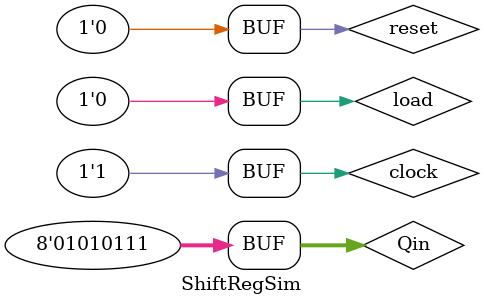
<source format=v>
`timescale 1ns / 1ps


module ShiftRegSim;
    parameter n = 8;
    reg reset = 0;
    reg clock = 0;
    reg load = 0;
    reg [n-1:0] Qin = 8'h57;
    wire [n-1:0] Qout;
    wire parody;
    
    ShiftReg uut0(reset, clock, load, Qin, Qout);
    ParodyFSM uut1(reset, clock, Qout[0], parody);
    
    initial begin
        #1 clock = 0;
        #1 clock = 1; reset = 1;
        #1 clock = 0;
        #1 clock = 1; reset = 0;
        #1 clock = 0;
        #1 clock = 1; load = 1;
        #1 clock = 0;
        #1 clock = 1; load = 0;
        #1 clock = 0;
        #1 clock = 1;
        #1 clock = 0;
        #1 clock = 1;
        #1 clock = 0;
        #1 clock = 1;
        #1 clock = 0;
        #1 clock = 1;
        #1 clock = 0;
        #1 clock = 1;
        #1 clock = 0;
        #1 clock = 1;
        #1 clock = 0;
        #1 clock = 1;
        #1 clock = 0;
        #1 clock = 1;
        
        
    end
endmodule

</source>
